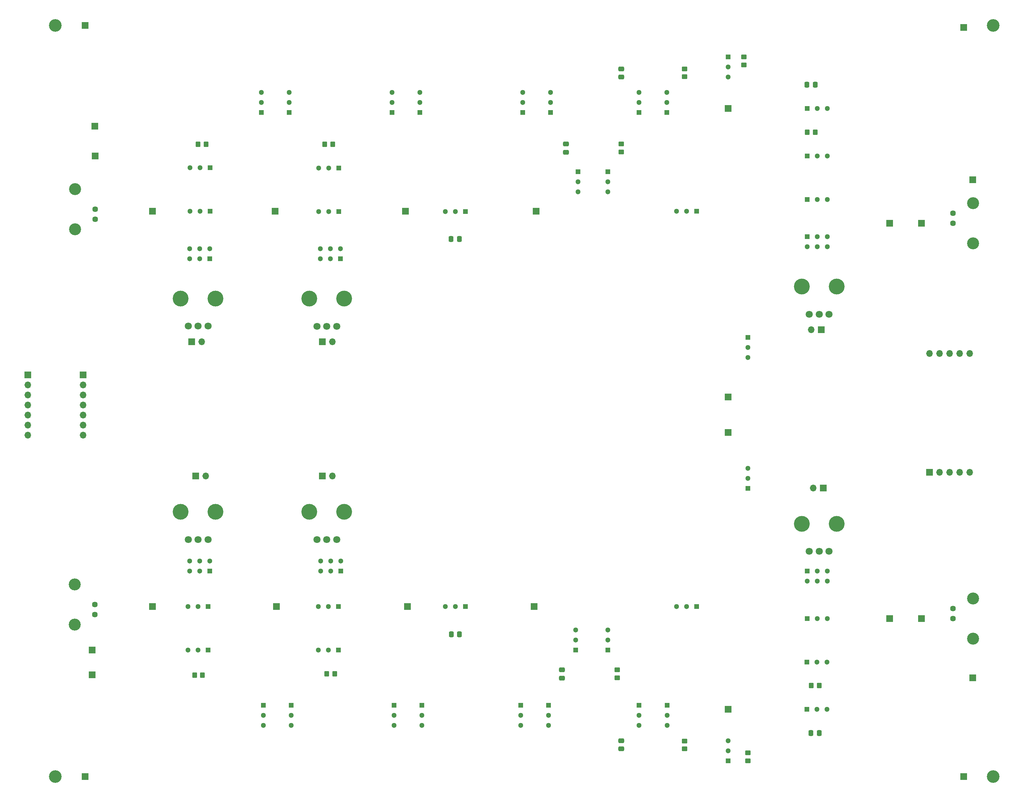
<source format=gts>
G04 #@! TF.GenerationSoftware,KiCad,Pcbnew,8.0.6*
G04 #@! TF.CreationDate,2025-08-21T09:53:28+02:00*
G04 #@! TF.ProjectId,OpAmpDevBoardProject,4f70416d-7044-4657-9642-6f6172645072,rev?*
G04 #@! TF.SameCoordinates,Original*
G04 #@! TF.FileFunction,Soldermask,Top*
G04 #@! TF.FilePolarity,Negative*
%FSLAX46Y46*%
G04 Gerber Fmt 4.6, Leading zero omitted, Abs format (unit mm)*
G04 Created by KiCad (PCBNEW 8.0.6) date 2025-08-21 09:53:28*
%MOMM*%
%LPD*%
G01*
G04 APERTURE LIST*
G04 Aperture macros list*
%AMRoundRect*
0 Rectangle with rounded corners*
0 $1 Rounding radius*
0 $2 $3 $4 $5 $6 $7 $8 $9 X,Y pos of 4 corners*
0 Add a 4 corners polygon primitive as box body*
4,1,4,$2,$3,$4,$5,$6,$7,$8,$9,$2,$3,0*
0 Add four circle primitives for the rounded corners*
1,1,$1+$1,$2,$3*
1,1,$1+$1,$4,$5*
1,1,$1+$1,$6,$7*
1,1,$1+$1,$8,$9*
0 Add four rect primitives between the rounded corners*
20,1,$1+$1,$2,$3,$4,$5,0*
20,1,$1+$1,$4,$5,$6,$7,0*
20,1,$1+$1,$6,$7,$8,$9,0*
20,1,$1+$1,$8,$9,$2,$3,0*%
G04 Aperture macros list end*
%ADD10R,1.300000X1.300000*%
%ADD11C,1.300000*%
%ADD12R,1.700000X1.700000*%
%ADD13C,1.446000*%
%ADD14C,3.015000*%
%ADD15C,4.000000*%
%ADD16C,1.800000*%
%ADD17RoundRect,0.250000X0.337500X0.475000X-0.337500X0.475000X-0.337500X-0.475000X0.337500X-0.475000X0*%
%ADD18RoundRect,0.250000X-0.450000X0.350000X-0.450000X-0.350000X0.450000X-0.350000X0.450000X0.350000X0*%
%ADD19O,1.700000X1.700000*%
%ADD20RoundRect,0.250000X-0.350000X-0.450000X0.350000X-0.450000X0.350000X0.450000X-0.350000X0.450000X0*%
%ADD21RoundRect,0.250000X-0.475000X0.337500X-0.475000X-0.337500X0.475000X-0.337500X0.475000X0.337500X0*%
%ADD22RoundRect,0.250000X0.450000X-0.350000X0.450000X0.350000X-0.450000X0.350000X-0.450000X-0.350000X0*%
%ADD23RoundRect,0.250000X0.475000X-0.337500X0.475000X0.337500X-0.475000X0.337500X-0.475000X-0.337500X0*%
%ADD24RoundRect,0.250000X0.350000X0.450000X-0.350000X0.450000X-0.350000X-0.450000X0.350000X-0.450000X0*%
%ADD25C,3.200000*%
G04 APERTURE END LIST*
D10*
X113580000Y-227000000D03*
D11*
X113580000Y-229540000D03*
X113580000Y-232080000D03*
D12*
X224000000Y-158000000D03*
X285805000Y-220000000D03*
X143000000Y-202000000D03*
D10*
X125500000Y-213000000D03*
D11*
X122960000Y-213000000D03*
X120420000Y-213000000D03*
D13*
X280805000Y-205000000D03*
X280805000Y-202460000D03*
D14*
X285885000Y-199920000D03*
X285885000Y-210080000D03*
D10*
X229000000Y-172080000D03*
D11*
X229000000Y-169540000D03*
X229000000Y-167000000D03*
D13*
X280805000Y-105000000D03*
X280805000Y-102460000D03*
D14*
X285885000Y-99920000D03*
X285885000Y-110080000D03*
D10*
X229000000Y-133920000D03*
D11*
X229000000Y-136460000D03*
X229000000Y-139000000D03*
D10*
X243920000Y-228000000D03*
D11*
X246460000Y-228000000D03*
X249000000Y-228000000D03*
D10*
X92580000Y-213000000D03*
D11*
X90040000Y-213000000D03*
X87500000Y-213000000D03*
D12*
X78500000Y-202000000D03*
D15*
X242600000Y-181050000D03*
X251400000Y-181050000D03*
D16*
X249500000Y-188050000D03*
X247000000Y-188050000D03*
X244500000Y-188050000D03*
D17*
X156080000Y-109050000D03*
X154005000Y-109050000D03*
D10*
X93000000Y-193000000D03*
D11*
X90460000Y-193000000D03*
X87920000Y-193000000D03*
X93000000Y-190460000D03*
X90460000Y-190460000D03*
X87920000Y-190460000D03*
D10*
X208500000Y-77050000D03*
D11*
X208500000Y-74510000D03*
X208500000Y-71970000D03*
D10*
X139580000Y-227000000D03*
D11*
X139580000Y-229540000D03*
X139580000Y-232080000D03*
D15*
X118180000Y-124100000D03*
X126980000Y-124100000D03*
D16*
X125080000Y-131100000D03*
X122580000Y-131100000D03*
X120080000Y-131100000D03*
D18*
X197000000Y-85000000D03*
X197000000Y-87000000D03*
D10*
X243920000Y-216000000D03*
D11*
X246460000Y-216000000D03*
X249000000Y-216000000D03*
D10*
X92580000Y-202000000D03*
D11*
X90040000Y-202000000D03*
X87500000Y-202000000D03*
D12*
X264805000Y-105000000D03*
D10*
X224000000Y-241000000D03*
D11*
X224000000Y-238460000D03*
X224000000Y-235920000D03*
D10*
X201500000Y-227000000D03*
D11*
X201500000Y-229540000D03*
X201500000Y-232080000D03*
D12*
X272805000Y-205000000D03*
X224000000Y-76000000D03*
D10*
X244000000Y-99000000D03*
D11*
X246540000Y-99000000D03*
X249080000Y-99000000D03*
D15*
X118180000Y-178050000D03*
X126980000Y-178050000D03*
D16*
X125080000Y-185050000D03*
X122580000Y-185050000D03*
X120080000Y-185050000D03*
D12*
X61500000Y-245000000D03*
D10*
X139080000Y-77050000D03*
D11*
X139080000Y-74510000D03*
X139080000Y-71970000D03*
D10*
X113080000Y-77050000D03*
D11*
X113080000Y-74510000D03*
X113080000Y-71970000D03*
D12*
X63280000Y-213000000D03*
D10*
X125500000Y-202000000D03*
D11*
X122960000Y-202000000D03*
X120420000Y-202000000D03*
D12*
X61000000Y-143380000D03*
D19*
X61000000Y-145920000D03*
X61000000Y-148460000D03*
X61000000Y-151000000D03*
X61000000Y-153540000D03*
X61000000Y-156080000D03*
X61000000Y-158620000D03*
D20*
X90080000Y-85050000D03*
X92080000Y-85050000D03*
D12*
X142500000Y-102000000D03*
D10*
X216000000Y-202000000D03*
D11*
X213460000Y-202000000D03*
X210920000Y-202000000D03*
D10*
X244000000Y-108460000D03*
D11*
X246540000Y-108460000D03*
X249080000Y-108460000D03*
X244000000Y-111000000D03*
X246540000Y-111000000D03*
X249080000Y-111000000D03*
D12*
X61500000Y-55000000D03*
D17*
X247000000Y-234000000D03*
X244925000Y-234000000D03*
D12*
X109500000Y-102000000D03*
X283500000Y-55500000D03*
D10*
X146580000Y-227000000D03*
D11*
X146580000Y-229540000D03*
X146580000Y-232080000D03*
D10*
X157580000Y-102050000D03*
D11*
X155040000Y-102050000D03*
X152500000Y-102050000D03*
D10*
X179080000Y-77050000D03*
D11*
X179080000Y-74510000D03*
X179080000Y-71970000D03*
D13*
X64000000Y-201460000D03*
X64000000Y-204000000D03*
D14*
X58920000Y-206540000D03*
X58920000Y-196380000D03*
D10*
X193580000Y-91970000D03*
D11*
X193580000Y-94510000D03*
X193580000Y-97050000D03*
D10*
X208580000Y-227000000D03*
D11*
X208580000Y-229540000D03*
X208580000Y-232080000D03*
D12*
X89460000Y-169000000D03*
D19*
X92000000Y-169000000D03*
D12*
X121460000Y-135000000D03*
D19*
X124000000Y-135000000D03*
D20*
X122080000Y-85050000D03*
X124080000Y-85050000D03*
D17*
X246000000Y-70000000D03*
X243925000Y-70000000D03*
D21*
X197000000Y-235925000D03*
X197000000Y-238000000D03*
D12*
X285805000Y-94000000D03*
X175500000Y-102000000D03*
X248000000Y-172000000D03*
D19*
X245460000Y-172000000D03*
D12*
X274920000Y-168000000D03*
D19*
X277460000Y-168000000D03*
X280000000Y-168000000D03*
X282540000Y-168000000D03*
X285080000Y-168000000D03*
X274920000Y-138000000D03*
X277460000Y-138000000D03*
X280000000Y-138000000D03*
X282540000Y-138000000D03*
X285080000Y-138000000D03*
D18*
X213000000Y-66000000D03*
X213000000Y-68000000D03*
D10*
X244000000Y-88000000D03*
D11*
X246540000Y-88000000D03*
X249080000Y-88000000D03*
D18*
X213000000Y-236000000D03*
X213000000Y-238000000D03*
D12*
X224000000Y-228000000D03*
D10*
X93000000Y-114000000D03*
D11*
X90460000Y-114000000D03*
X87920000Y-114000000D03*
X93000000Y-111460000D03*
X90460000Y-111460000D03*
X87920000Y-111460000D03*
D10*
X126000000Y-114000000D03*
D11*
X123460000Y-114000000D03*
X120920000Y-114000000D03*
X126000000Y-111460000D03*
X123460000Y-111460000D03*
X120920000Y-111460000D03*
D10*
X106580000Y-227000000D03*
D11*
X106580000Y-229540000D03*
X106580000Y-232080000D03*
D10*
X93080000Y-91000000D03*
D11*
X90540000Y-91000000D03*
X88000000Y-91000000D03*
D10*
X193580000Y-213000000D03*
D11*
X193580000Y-210460000D03*
X193580000Y-207920000D03*
D10*
X106080000Y-77050000D03*
D11*
X106080000Y-74510000D03*
X106080000Y-71970000D03*
D10*
X185480000Y-213000000D03*
D11*
X185480000Y-210460000D03*
X185480000Y-207920000D03*
D15*
X85680000Y-124050000D03*
X94480000Y-124050000D03*
D16*
X92580000Y-131050000D03*
X90080000Y-131050000D03*
X87580000Y-131050000D03*
D10*
X186080000Y-91970000D03*
D11*
X186080000Y-94510000D03*
X186080000Y-97050000D03*
D12*
X88460000Y-135000000D03*
D19*
X91000000Y-135000000D03*
D10*
X126080000Y-193000000D03*
D11*
X123540000Y-193000000D03*
X121000000Y-193000000D03*
X126080000Y-190460000D03*
X123540000Y-190460000D03*
X121000000Y-190460000D03*
D10*
X201500000Y-77050000D03*
D11*
X201500000Y-74510000D03*
X201500000Y-71970000D03*
D22*
X196000000Y-220000000D03*
X196000000Y-218000000D03*
D12*
X224000000Y-149000000D03*
D17*
X156117500Y-209000000D03*
X154042500Y-209000000D03*
D23*
X182000000Y-220075000D03*
X182000000Y-218000000D03*
D10*
X244000000Y-76000000D03*
D11*
X246540000Y-76000000D03*
X249080000Y-76000000D03*
D12*
X121460000Y-169000000D03*
D19*
X124000000Y-169000000D03*
D10*
X146080000Y-77050000D03*
D11*
X146080000Y-74510000D03*
X146080000Y-71970000D03*
D10*
X157580000Y-202000000D03*
D11*
X155040000Y-202000000D03*
X152500000Y-202000000D03*
D10*
X244000000Y-193000000D03*
D11*
X246540000Y-193000000D03*
X249080000Y-193000000D03*
X244000000Y-195540000D03*
X246540000Y-195540000D03*
X249080000Y-195540000D03*
D10*
X93080000Y-102000000D03*
D11*
X90540000Y-102000000D03*
X88000000Y-102000000D03*
D12*
X109830000Y-202000000D03*
D15*
X242600000Y-121050000D03*
X251400000Y-121050000D03*
D16*
X249500000Y-128050000D03*
X247000000Y-128050000D03*
X244500000Y-128050000D03*
D12*
X47025000Y-143380000D03*
D19*
X47025000Y-145920000D03*
X47025000Y-148460000D03*
X47025000Y-151000000D03*
X47025000Y-153540000D03*
X47025000Y-156080000D03*
X47025000Y-158620000D03*
D20*
X122580000Y-219000000D03*
X124580000Y-219000000D03*
D12*
X247540000Y-132000000D03*
D19*
X245000000Y-132000000D03*
D24*
X247000000Y-222000000D03*
X245000000Y-222000000D03*
D23*
X197000000Y-68075000D03*
X197000000Y-66000000D03*
D13*
X64080000Y-101460000D03*
X64080000Y-104000000D03*
D14*
X59000000Y-106540000D03*
X59000000Y-96380000D03*
D12*
X63280000Y-219250000D03*
D10*
X125580000Y-91050000D03*
D11*
X123040000Y-91050000D03*
X120500000Y-91050000D03*
D12*
X283500000Y-245000000D03*
X64000000Y-80450000D03*
D10*
X244000000Y-205000000D03*
D11*
X246540000Y-205000000D03*
X249080000Y-205000000D03*
D12*
X175000000Y-202000000D03*
D24*
X246000000Y-82000000D03*
X244000000Y-82000000D03*
D10*
X171580000Y-227000000D03*
D11*
X171580000Y-229540000D03*
X171580000Y-232080000D03*
D12*
X78500000Y-102000000D03*
D21*
X183000000Y-85000000D03*
X183000000Y-87075000D03*
D10*
X216000000Y-102000000D03*
D11*
X213460000Y-102000000D03*
X210920000Y-102000000D03*
D22*
X229000000Y-241000000D03*
X229000000Y-239000000D03*
D15*
X85680000Y-178050000D03*
X94480000Y-178050000D03*
D16*
X92580000Y-185050000D03*
X90080000Y-185050000D03*
X87580000Y-185050000D03*
D10*
X178580000Y-227000000D03*
D11*
X178580000Y-229540000D03*
X178580000Y-232080000D03*
D12*
X64080000Y-88050000D03*
X272805000Y-105000000D03*
D10*
X172080000Y-77050000D03*
D11*
X172080000Y-74510000D03*
X172080000Y-71970000D03*
D12*
X264805000Y-205000000D03*
D18*
X228000000Y-63000000D03*
X228000000Y-65000000D03*
D10*
X125580000Y-102050000D03*
D11*
X123040000Y-102050000D03*
X120500000Y-102050000D03*
D20*
X89180000Y-219300000D03*
X91180000Y-219300000D03*
D10*
X224000000Y-63000000D03*
D11*
X224000000Y-65540000D03*
X224000000Y-68080000D03*
D25*
X291000000Y-245000000D03*
X54000000Y-245000000D03*
X291000000Y-55000000D03*
X54000000Y-55000000D03*
M02*

</source>
